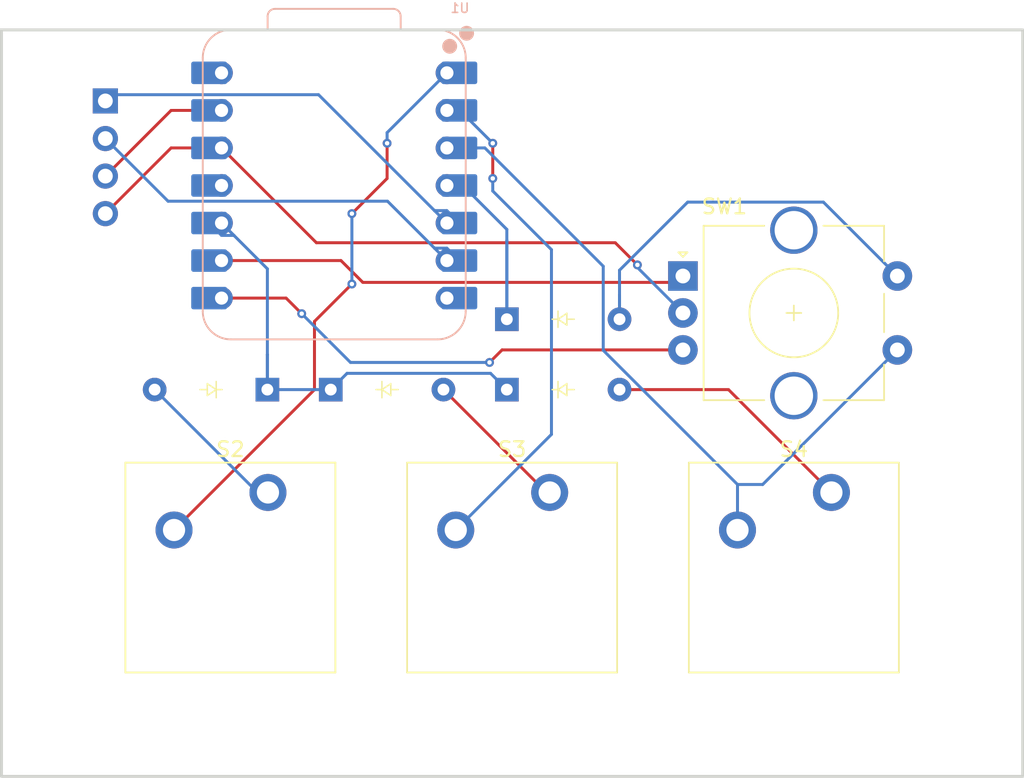
<source format=kicad_pcb>
(kicad_pcb (version 20241229) (generator "pcbnew") (generator_version "9.0")
  (layers (0 "F.Cu" signal) (2 "B.Cu" signal) (13 "F.Paste" user) (15 "B.Paste" user) (5 "F.SilkS" user "F.Silkscreen") (7 "B.SilkS" user "B.Silkscreen") (1 "F.Mask" user) (3 "B.Mask" user) (25 "Edge.Cuts" user))
  (net 0 "")
  (net 1 "Net-(D1-A)")
  (net 2 "ROW1")
  (net 3 "Net-(D2-A)")
  (net 4 "Net-(D3-A)")
  (net 5 "EC11SWA")
  (net 6 "ROW0")
  (net 7 "COL0")
  (net 8 "COL1")
  (net 9 "COL2")
  (net 10 "GND")
  (net 11 "EC11A")
  (net 12 "EC11B")
  (net 13 "SDA")
  (net 14 "unconnected-(U1-VBUS-Pad14)")
  (net 15 "SCL")
  (net 16 "VCC")
  (net 17 "unconnected-(U1-GPIO0{slash}TX-Pad7)")
  (net 18 "unconnected-(U1-GPIO3{slash}MOSI-Pad11)")
  (footprint "ScottoKeebs_MX:MX_PCB_1.00u" (layer "F.Cu") (at 132.278 83.4772)
    (property "Reference" "S2" (at 0 -8 0) (layer "F.SilkS"))
    (property "Value" "Keyswitch")
    (fp_line (start -7.1 -7.1) (end -7.1 7.1) (stroke (width 0.12)) (layer "F.SilkS"))
    (fp_line (start -7.1 7.1) (end 7.1 7.1) (stroke (width 0.12)) (layer "F.SilkS"))
    (fp_line (start 7.1 -7.1) (end -7.1 -7.1) (stroke (width 0.12)) (layer "F.SilkS"))
    (fp_line (start 7.1 7.1) (end 7.1 -7.1) (stroke (width 0.12)) (layer "F.SilkS"))
    (pad "" np_thru_hole circle (at -5.08 0) (size 1.75 1.75) (drill 1.75) (layers "*.Cu" "*.Mask"))
    (pad "" np_thru_hole circle (at 0 0) (size 4 4) (drill 4) (layers "*.Cu" "*.Mask"))
    (pad "" np_thru_hole circle (at 5.08 0) (size 1.75 1.75) (drill 1.75) (layers "*.Cu" "*.Mask"))
    (pad "1" thru_hole circle (at -3.81 -2.54) (size 2.5 2.5) (drill 1.5) (layers "*.Cu" "*.Mask") (net 7 "COL0"))
    (pad "2" thru_hole circle (at 2.54 -5.08) (size 2.5 2.5) (drill 1.5) (layers "*.Cu" "*.Mask") (net 1 "Net-(D1-A)"))
  )
  (footprint "ScottoKeebs_Components:OLED_128x32" (layer "F.Cu") (at 122.225 49.7312)
    (property "Reference" "J1" (hide yes))
    (property "Value" "OLED Display")
    (pad "1" thru_hole rect (at 1.6 2.175 180) (size 1.7 1.7) (drill 1) (layers "*.Cu" "*.Mask") (net 13 "SDA"))
    (pad "2" thru_hole oval (at 1.6 4.72 180) (size 1.7 1.7) (drill 1) (layers "*.Cu" "*.Mask") (net 15 "SCL"))
    (pad "3" thru_hole oval (at 1.6 7.26 180) (size 1.7 1.7) (drill 1) (layers "*.Cu" "*.Mask") (net 16 "VCC"))
    (pad "4" thru_hole oval (at 1.6 9.8 180) (size 1.7 1.7) (drill 1) (layers "*.Cu" "*.Mask") (net 10 "GND"))
  )
  (footprint "ScottoKeebs_Components:Diode_DO-35" (layer "F.Cu") (at 134.7788 71.4375 180)
    (property "Reference" "D1" (hide yes))
    (property "Value" "Diode" (hide yes))
    (fp_line (start 4.06 0.4) (end 3.46 0) (stroke (width 0.1)) (layer "F.SilkS"))
    (fp_line (start 4.06 0) (end 4.56 0) (stroke (width 0.1)) (layer "F.SilkS"))
    (fp_line (start 4.06 -0.4) (end 4.06 0.4) (stroke (width 0.1)) (layer "F.SilkS"))
    (fp_line (start 3.46 0) (end 4.06 -0.4) (stroke (width 0.1)) (layer "F.SilkS"))
    (fp_line (start 3.46 -0.55) (end 3.46 0.55) (stroke (width 0.1)) (layer "F.SilkS"))
    (fp_line (start 3.06 0) (end 3.46 0) (stroke (width 0.1)) (layer "F.SilkS"))
    (pad "1" thru_hole rect (at 0 0 180) (size 1.6 1.6) (drill 0.8) (layers "*.Cu" "*.Mask") (net 2 "ROW1"))
    (pad "2" thru_hole oval (at 7.62 0 180) (size 1.6 1.6) (drill 0.8) (layers "*.Cu" "*.Mask") (net 1 "Net-(D1-A)"))
  )
  (footprint "Encoders:RotaryEncoder_Alps_EC11E-Switch_Vertical_H20mm_CircularMountingHoles" (layer "F.Cu") (at 162.878 63.7522)
    (property "Reference" "SW1" (at 2.8 -4.7 0) (layer "F.SilkS"))
    (property "Value" "RotaryEncoder_Switch")
    (fp_line (start -0.3 -1.6) (end 0.3 -1.6) (stroke (width 0.12)) (layer "F.SilkS"))
    (fp_line (start 0 -1.3) (end -0.3 -1.6) (stroke (width 0.12)) (layer "F.SilkS"))
    (fp_line (start 0.3 -1.6) (end 0 -1.3) (stroke (width 0.12)) (layer "F.SilkS"))
    (fp_line (start 1.4 -3.4) (end 1.4 8.4) (stroke (width 0.12)) (layer "F.SilkS"))
    (fp_line (start 5.5 -3.4) (end 1.4 -3.4) (stroke (width 0.12)) (layer "F.SilkS"))
    (fp_line (start 5.5 8.4) (end 1.4 8.4) (stroke (width 0.12)) (layer "F.SilkS"))
    (fp_line (start 7 2.5) (end 8 2.5) (stroke (width 0.12)) (layer "F.SilkS"))
    (fp_line (start 7.5 2) (end 7.5 3) (stroke (width 0.12)) (layer "F.SilkS"))
    (fp_line (start 9.5 -3.4) (end 13.6 -3.4) (stroke (width 0.12)) (layer "F.SilkS"))
    (fp_line (start 13.6 -3.4) (end 13.6 -1) (stroke (width 0.12)) (layer "F.SilkS"))
    (fp_line (start 13.6 1.2) (end 13.6 3.8) (stroke (width 0.12)) (layer "F.SilkS"))
    (fp_line (start 13.6 6) (end 13.6 8.4) (stroke (width 0.12)) (layer "F.SilkS"))
    (fp_line (start 13.6 8.4) (end 9.5 8.4) (stroke (width 0.12)) (layer "F.SilkS"))
    (fp_circle (center 7.5 2.5) (end 10.5 2.5) (stroke (width 0.12)) (fill no) (layer "F.SilkS"))
    (pad "A" thru_hole rect (at 0 0) (size 2 2) (drill 1) (layers "*.Cu" "*.Mask") (net 11 "EC11A"))
    (pad "B" thru_hole circle (at 0 5) (size 2 2) (drill 1) (layers "*.Cu" "*.Mask") (net 12 "EC11B"))
    (pad "C" thru_hole circle (at 0 2.5) (size 2 2) (drill 1) (layers "*.Cu" "*.Mask") (net 10 "GND"))
    (pad "MP" thru_hole circle (at 7.5 -3.1) (size 3.2 3.2) (drill 2.6) (layers "*.Cu" "*.Mask"))
    (pad "MP" thru_hole circle (at 7.5 8.1) (size 3.2 3.2) (drill 2.6) (layers "*.Cu" "*.Mask"))
    (pad "S1" thru_hole circle (at 14.5 5) (size 2 2) (drill 1) (layers "*.Cu" "*.Mask") (net 9 "COL2"))
    (pad "S2" thru_hole circle (at 14.5 0) (size 2 2) (drill 1) (layers "*.Cu" "*.Mask") (net 5 "EC11SWA"))
  )
  (footprint "ScottoKeebs_MX:MX_PCB_1.00u" (layer "F.Cu") (at 170.378 83.4772)
    (property "Reference" "S4" (at 0 -8 0) (layer "F.SilkS"))
    (property "Value" "Keyswitch")
    (fp_line (start -7.1 -7.1) (end -7.1 7.1) (stroke (width 0.12)) (layer "F.SilkS"))
    (fp_line (start -7.1 7.1) (end 7.1 7.1) (stroke (width 0.12)) (layer "F.SilkS"))
    (fp_line (start 7.1 -7.1) (end -7.1 -7.1) (stroke (width 0.12)) (layer "F.SilkS"))
    (fp_line (start 7.1 7.1) (end 7.1 -7.1) (stroke (width 0.12)) (layer "F.SilkS"))
    (pad "" np_thru_hole circle (at -5.08 0) (size 1.75 1.75) (drill 1.75) (layers "*.Cu" "*.Mask"))
    (pad "" np_thru_hole circle (at 0 0) (size 4 4) (drill 4) (layers "*.Cu" "*.Mask"))
    (pad "" np_thru_hole circle (at 5.08 0) (size 1.75 1.75) (drill 1.75) (layers "*.Cu" "*.Mask"))
    (pad "1" thru_hole circle (at -3.81 -2.54) (size 2.5 2.5) (drill 1.5) (layers "*.Cu" "*.Mask") (net 9 "COL2"))
    (pad "2" thru_hole circle (at 2.54 -5.08) (size 2.5 2.5) (drill 1.5) (layers "*.Cu" "*.Mask") (net 4 "Net-(D3-A)"))
  )
  (footprint "ScottoKeebs_Components:Diode_DO-35" (layer "F.Cu") (at 150.9713 71.4375)
    (property "Reference" "D3" (hide yes))
    (property "Value" "Diode" (hide yes))
    (fp_line (start 3.06 0) (end 3.46 0) (stroke (width 0.1)) (layer "F.SilkS"))
    (fp_line (start 3.46 -0.55) (end 3.46 0.55) (stroke (width 0.1)) (layer "F.SilkS"))
    (fp_line (start 3.46 0) (end 4.06 -0.4) (stroke (width 0.1)) (layer "F.SilkS"))
    (fp_line (start 4.06 -0.4) (end 4.06 0.4) (stroke (width 0.1)) (layer "F.SilkS"))
    (fp_line (start 4.06 0) (end 4.56 0) (stroke (width 0.1)) (layer "F.SilkS"))
    (fp_line (start 4.06 0.4) (end 3.46 0) (stroke (width 0.1)) (layer "F.SilkS"))
    (pad "1" thru_hole rect (at 0 0) (size 1.6 1.6) (drill 0.8) (layers "*.Cu" "*.Mask") (net 2 "ROW1"))
    (pad "2" thru_hole oval (at 7.62 0) (size 1.6 1.6) (drill 0.8) (layers "*.Cu" "*.Mask") (net 4 "Net-(D3-A)"))
  )
  (footprint "ScottoKeebs_Components:Diode_DO-35" (layer "F.Cu") (at 150.9713 66.675)
    (property "Reference" "D4" (hide yes))
    (property "Value" "Diode" (hide yes))
    (fp_line (start 3.06 0) (end 3.46 0) (stroke (width 0.1)) (layer "F.SilkS"))
    (fp_line (start 3.46 -0.55) (end 3.46 0.55) (stroke (width 0.1)) (layer "F.SilkS"))
    (fp_line (start 3.46 0) (end 4.06 -0.4) (stroke (width 0.1)) (layer "F.SilkS"))
    (fp_line (start 4.06 -0.4) (end 4.06 0.4) (stroke (width 0.1)) (layer "F.SilkS"))
    (fp_line (start 4.06 0) (end 4.56 0) (stroke (width 0.1)) (layer "F.SilkS"))
    (fp_line (start 4.06 0.4) (end 3.46 0) (stroke (width 0.1)) (layer "F.SilkS"))
    (pad "1" thru_hole rect (at 0 0) (size 1.6 1.6) (drill 0.8) (layers "*.Cu" "*.Mask") (net 6 "ROW0"))
    (pad "2" thru_hole oval (at 7.62 0) (size 1.6 1.6) (drill 0.8) (layers "*.Cu" "*.Mask") (net 5 "EC11SWA"))
  )
  (footprint "ScottoKeebs_Components:Diode_DO-35" (layer "F.Cu") (at 139.065 71.4375)
    (property "Reference" "D2" (hide yes))
    (property "Value" "Diode" (hide yes))
    (fp_line (start 3.06 0) (end 3.46 0) (stroke (width 0.1)) (layer "F.SilkS"))
    (fp_line (start 3.46 -0.55) (end 3.46 0.55) (stroke (width 0.1)) (layer "F.SilkS"))
    (fp_line (start 3.46 0) (end 4.06 -0.4) (stroke (width 0.1)) (layer "F.SilkS"))
    (fp_line (start 4.06 -0.4) (end 4.06 0.4) (stroke (width 0.1)) (layer "F.SilkS"))
    (fp_line (start 4.06 0) (end 4.56 0) (stroke (width 0.1)) (layer "F.SilkS"))
    (fp_line (start 4.06 0.4) (end 3.46 0) (stroke (width 0.1)) (layer "F.SilkS"))
    (pad "1" thru_hole rect (at 0 0) (size 1.6 1.6) (drill 0.8) (layers "*.Cu" "*.Mask") (net 2 "ROW1"))
    (pad "2" thru_hole oval (at 7.62 0) (size 1.6 1.6) (drill 0.8) (layers "*.Cu" "*.Mask") (net 3 "Net-(D2-A)"))
  )
  (footprint "ScottoKeebs_MX:MX_PCB_1.00u" (layer "F.Cu") (at 151.328 83.4772)
    (property "Reference" "S3" (at 0 -8 0) (layer "F.SilkS"))
    (property "Value" "Keyswitch")
    (fp_line (start -7.1 -7.1) (end -7.1 7.1) (stroke (width 0.12)) (layer "F.SilkS"))
    (fp_line (start -7.1 7.1) (end 7.1 7.1) (stroke (width 0.12)) (layer "F.SilkS"))
    (fp_line (start 7.1 -7.1) (end -7.1 -7.1) (stroke (width 0.12)) (layer "F.SilkS"))
    (fp_line (start 7.1 7.1) (end 7.1 -7.1) (stroke (width 0.12)) (layer "F.SilkS"))
    (pad "" np_thru_hole circle (at -5.08 0) (size 1.75 1.75) (drill 1.75) (layers "*.Cu" "*.Mask"))
    (pad "" np_thru_hole circle (at 0 0) (size 4 4) (drill 4) (layers "*.Cu" "*.Mask"))
    (pad "" np_thru_hole circle (at 5.08 0) (size 1.75 1.75) (drill 1.75) (layers "*.Cu" "*.Mask"))
    (pad "1" thru_hole circle (at -3.81 -2.54) (size 2.5 2.5) (drill 1.5) (layers "*.Cu" "*.Mask") (net 8 "COL1"))
    (pad "2" thru_hole circle (at 2.54 -5.08) (size 2.5 2.5) (drill 1.5) (layers "*.Cu" "*.Mask") (net 3 "Net-(D2-A)"))
  )
  (footprint "3D Models-lib:XIAO-RP2040-DIP-3D" (layer "B.Cu") (at 139.3 57.6262 180)
    (property "Reference" "U1" (at -8.5 12 0) (layer "B.SilkS") (effects (font (size 0.635 0.635) (thickness 0.1016)) (justify mirror)))
    (property "Value" "XIAO-RP2040-DIP")
    (fp_line (start 8.89 -8.509) (end 8.89 8.636) (stroke (width 0.127)) (layer "B.SilkS"))
    (fp_line (start 6.985 10.541) (end -6.985 10.541) (stroke (width 0.1)) (layer "B.SilkS"))
    (fp_line (start 6.985 10.541) (end -6.985 10.541) (stroke (width 0.127)) (layer "B.SilkS"))
    (fp_line (start 4.504 11.451) (end 4.504 10.541) (stroke (width 0.127)) (layer "B.SilkS"))
    (fp_line (start -3.991272 11.951) (end 4.004 11.951) (stroke (width 0.127)) (layer "B.SilkS"))
    (fp_line (start -4.495 10.541) (end -4.491272 11.451272) (stroke (width 0.127)) (layer "B.SilkS"))
    (fp_line (start -6.985 -10.414) (end 6.985 -10.414) (stroke (width 0.127)) (layer "B.SilkS"))
    (fp_line (start -8.89 -8.509) (end -8.89 8.636) (stroke (width 0.127)) (layer "B.SilkS"))
    (fp_arc (start 8.89 8.636) (mid 8.332038 9.983038) (end 6.985 10.541) (stroke (width 0.127)) (layer "B.SilkS"))
    (fp_arc (start 6.985 -10.414) (mid 8.332038 -9.856038) (end 8.89 -8.509) (stroke (width 0.127)) (layer "B.SilkS"))
    (fp_arc (start 4.504 11.451) (mid 4.357553 11.804553) (end 4.004 11.951) (stroke (width 0.127)) (layer "B.SilkS"))
    (fp_arc (start -3.991272 11.951) (mid -4.344724 11.804644) (end -4.491272 11.451272) (stroke (width 0.127)) (layer "B.SilkS"))
    (fp_arc (start -6.985 10.541) (mid -8.332038 9.983038) (end -8.89 8.636) (stroke (width 0.127)) (layer "B.SilkS"))
    (fp_arc (start -8.89 -8.509) (mid -8.332038 -9.856038) (end -6.985 -10.414) (stroke (width 0.127)) (layer "B.SilkS"))
    (fp_circle (center -7.807 9.42) (end -7.807 9.674) (stroke (width 0.5)) (fill yes) (layer "B.SilkS"))
    (fp_circle (center -8.95 10.3) (end -8.95 10.554) (stroke (width 0.5)) (fill yes) (layer "B.SilkS"))
    (pad "1" smd roundrect (at -8.455 7.62) (size 2.432 1.524) (layers "B.Cu" "B.Mask") (roundrect_rratio 0.1) (net 7 "COL0"))
    (pad "1" thru_hole circle (at -7.62 7.62) (size 1.524 1.524) (drill 0.889) (layers "*.Cu" "*.Mask") (net 7 "COL0"))
    (pad "2" smd roundrect (at -8.455 5.08) (size 2.432 1.524) (layers "B.Cu" "B.Mask") (roundrect_rratio 0.1) (net 8 "COL1"))
    (pad "2" thru_hole circle (at -7.62 5.08) (size 1.524 1.524) (drill 0.889) (layers "*.Cu" "*.Mask") (net 8 "COL1"))
    (pad "3" smd roundrect (at -8.455 2.54) (size 2.432 1.524) (layers "B.Cu" "B.Mask") (roundrect_rratio 0.1) (net 9 "COL2"))
    (pad "3" thru_hole circle (at -7.62 2.54) (size 1.524 1.524) (drill 0.889) (layers "*.Cu" "*.Mask") (net 9 "COL2"))
    (pad "4" smd roundrect (at -8.455 0) (size 2.432 1.524) (layers "B.Cu" "B.Mask") (roundrect_rratio 0.1) (net 6 "ROW0"))
    (pad "4" thru_hole circle (at -7.62 0) (size 1.524 1.524) (drill 0.889) (layers "*.Cu" "*.Mask") (net 6 "ROW0"))
    (pad "5" smd roundrect (at -8.455 -2.54) (size 2.432 1.524) (layers "B.Cu" "B.Mask") (roundrect_rratio 0.1) (net 13 "SDA"))
    (pad "5" thru_hole circle (at -7.62 -2.54) (size 1.524 1.524) (drill 0.889) (layers "*.Cu" "*.Mask") (net 13 "SDA"))
    (pad "6" smd roundrect (at -8.455 -5.08) (size 2.432 1.524) (layers "B.Cu" "B.Mask") (roundrect_rratio 0.1) (net 15 "SCL"))
    (pad "6" thru_hole circle (at -7.62 -5.08) (size 1.524 1.524) (drill 0.889) (layers "*.Cu" "*.Mask") (net 15 "SCL"))
    (pad "7" smd roundrect (at -8.455 -7.62) (size 2.432 1.524) (layers "B.Cu" "B.Mask") (roundrect_rratio 0.1) (net 17 "unconnected-(U1-GPIO0{slash}TX-Pad7)"))
    (pad "7" thru_hole circle (at -7.62 -7.62) (size 1.524 1.524) (drill 0.889) (layers "*.Cu" "*.Mask") (net 17 "unconnected-(U1-GPIO0{slash}TX-Pad7)"))
    (pad "8" thru_hole circle (at 7.62 -7.62 180) (size 1.524 1.524) (drill 0.889) (layers "*.Cu" "*.Mask") (net 12 "EC11B"))
    (pad "8" smd roundrect (at 8.455 -7.62 180) (size 2.432 1.524) (layers "B.Cu" "B.Mask") (roundrect_rratio 0.1) (net 12 "EC11B"))
    (pad "9" thru_hole circle (at 7.62 -5.08 180) (size 1.524 1.524) (drill 0.889) (layers "*.Cu" "*.Mask") (net 11 "EC11A"))
    (pad "9" smd roundrect (at 8.455 -5.08 180) (size 2.432 1.524) (layers "B.Cu" "B.Mask") (roundrect_rratio 0.1) (net 11 "EC11A"))
    (pad "10" thru_hole circle (at 7.62 -2.54 180) (size 1.524 1.524) (drill 0.889) (layers "*.Cu" "*.Mask") (net 2 "ROW1"))
    (pad "10" smd roundrect (at 8.455 -2.54 180) (size 2.432 1.524) (layers "B.Cu" "B.Mask") (roundrect_rratio 0.1) (net 2 "ROW1"))
    (pad "11" thru_hole circle (at 7.62 0 180) (size 1.524 1.524) (drill 0.889) (layers "*.Cu" "*.Mask") (net 18 "unconnected-(U1-GPIO3{slash}MOSI-Pad11)"))
    (pad "11" smd roundrect (at 8.455 0 180) (size 2.432 1.524) (layers "B.Cu" "B.Mask") (roundrect_rratio 0.1) (net 18 "unconnected-(U1-GPIO3{slash}MOSI-Pad11)"))
    (pad "12" thru_hole circle (at 7.62 2.54 180) (size 1.524 1.524) (drill 0.889) (layers "*.Cu" "*.Mask") (net 10 "GND"))
    (pad "12" smd roundrect (at 8.455 2.54 180) (size 2.432 1.524) (layers "B.Cu" "B.Mask") (roundrect_rratio 0.1) (net 10 "GND"))
    (pad "13" thru_hole circle (at 7.62 5.08 180) (size 1.524 1.524) (drill 0.889) (layers "*.Cu" "*.Mask") (net 16 "VCC"))
    (pad "13" smd roundrect (at 8.455 5.08 180) (size 2.432 1.524) (layers "B.Cu" "B.Mask") (roundrect_rratio 0.1) (net 16 "VCC"))
    (pad "14" thru_hole circle (at 7.62 7.62 180) (size 1.524 1.524) (drill 0.889) (layers "*.Cu" "*.Mask") (net 14 "unconnected-(U1-VBUS-Pad14)"))
    (pad "14" smd roundrect (at 8.455 7.62 180) (size 2.432 1.524) (layers "B.Cu" "B.Mask") (roundrect_rratio 0.1) (net 14 "unconnected-(U1-VBUS-Pad14)"))
  )
  (gr_rect (start 116.8 47.1) (end 185.85625 97.60625) (stroke (width 0.2)) (fill no) (layer "Edge.Cuts"))
  (segment (start 127.1588 71.4375) (end 127.159 71.4375) (width 0.2) (layer "B.Cu") (net 1))
  (segment (start 127.159 71.4375) (end 134.118 78.3972) (width 0.2) (layer "B.Cu") (net 1))
  (segment (start 134.118 78.3972) (end 134.818 78.3972) (width 0.2) (layer "B.Cu") (net 1))
  (segment (start 139.065 71.4375) (end 140.166 70.3365) (width 0.2) (layer "B.Cu") (net 2))
  (segment (start 140.166 70.3365) (end 149.87 70.3365) (width 0.2) (layer "B.Cu") (net 2))
  (segment (start 134.7788 69.0689) (end 134.7788 71.4375) (width 0.2) (layer "B.Cu") (net 2))
  (segment (start 131.68 60.1662) (end 132.5188 61.0049) (width 0.2) (layer "B.Cu") (net 2))
  (segment (start 150.9713 71.4375) (end 150.971 71.4375) (width 0.2) (layer "B.Cu") (net 2))
  (segment (start 134.779 63.265) (end 134.779 69.0687) (width 0.2) (layer "B.Cu") (net 2))
  (segment (start 131.6837 61.0049) (end 130.845 60.1662) (width 0.2) (layer "B.Cu") (net 2))
  (segment (start 134.779 71.4375) (end 139.065 71.4375) (width 0.2) (layer "B.Cu") (net 2))
  (segment (start 134.779 69.0687) (end 134.779 71.4375) (width 0.2) (layer "B.Cu") (net 2))
  (segment (start 132.5188 61.0049) (end 131.6837 61.0049) (width 0.2) (layer "B.Cu") (net 2))
  (segment (start 134.779 69.0687) (end 134.7788 69.0689) (width 0.2) (layer "B.Cu") (net 2))
  (segment (start 132.5188 61.0049) (end 134.779 63.265) (width 0.2) (layer "B.Cu") (net 2))
  (segment (start 149.87 70.3365) (end 150.971 71.4375) (width 0.2) (layer "B.Cu") (net 2))
  (segment (start 153.645 78.3972) (end 153.868 78.3972) (width 0.2) (layer "F.Cu") (net 3))
  (segment (start 146.685 71.4375) (end 153.645 78.3972) (width 0.2) (layer "F.Cu") (net 3))
  (segment (start 165.958 71.4375) (end 172.918 78.3972) (width 0.2) (layer "F.Cu") (net 4))
  (segment (start 158.5913 71.4375) (end 165.958 71.4375) (width 0.2) (layer "F.Cu") (net 4))
  (segment (start 158.591 71.4375) (end 158.5913 71.4375) (width 0.2) (layer "F.Cu") (net 4))
  (segment (start 158.591 65.0375) (end 158.591 63.3588) (width 0.2) (layer "B.Cu") (net 5))
  (segment (start 172.377 58.7512) (end 177.378 63.7522) (width 0.2) (layer "B.Cu") (net 5))
  (segment (start 158.5913 65.0378) (end 158.5913 66.675) (width 0.2) (layer "B.Cu") (net 5))
  (segment (start 158.591 66.675) (end 158.591 65.0375) (width 0.2) (layer "B.Cu") (net 5))
  (segment (start 158.591 65.0375) (end 158.5913 65.0378) (width 0.2) (layer "B.Cu") (net 5))
  (segment (start 158.591 63.3588) (end 163.199 58.7512) (width 0.2) (layer "B.Cu") (net 5))
  (segment (start 163.199 58.7512) (end 172.377 58.7512) (width 0.2) (layer "B.Cu") (net 5))
  (segment (start 150.9713 66.675) (end 150.9713 61.3515) (width 0.2) (layer "B.Cu") (net 6))
  (segment (start 146.92 57.6262) (end 147.755 57.6262) (width 0.2) (layer "B.Cu") (net 6))
  (segment (start 150.971 60.5999) (end 150.971 61.3512) (width 0.2) (layer "B.Cu") (net 6))
  (segment (start 147.755 57.6262) (end 147.998 57.6262) (width 0.2) (layer "B.Cu") (net 6))
  (segment (start 150.9713 61.3515) (end 150.971 61.3512) (width 0.2) (layer "B.Cu") (net 6))
  (segment (start 147.998 57.6262) (end 150.971 60.5999) (width 0.2) (layer "B.Cu") (net 6))
  (segment (start 150.971 61.3512) (end 150.971 66.675) (width 0.2) (layer "B.Cu") (net 6))
  (segment (start 137.964 66.8235) (end 137.964 71.4412) (width 0.2) (layer "F.Cu") (net 7))
  (segment (start 140.494 64.2938) (end 137.964 66.8235) (width 0.2) (layer "F.Cu") (net 7))
  (segment (start 140.494 59.5312) (end 142.875 57.15) (width 0.2) (layer "F.Cu") (net 7))
  (segment (start 137.964 71.4412) (end 128.468 80.9372) (width 0.2) (layer "F.Cu") (net 7))
  (segment (start 142.875 57.15) (end 142.875 54.7688) (width 0.2) (layer "F.Cu") (net 7))
  (via (at 140.494 59.5312) (size 0.6) (drill 0.3) (layers "F.Cu" "B.Cu") (net 7))
  (via (at 142.875 54.7688) (size 0.6) (drill 0.3) (layers "F.Cu" "B.Cu") (net 7))
  (via (at 140.494 64.2938) (size 0.6) (drill 0.3) (layers "F.Cu" "B.Cu") (net 7))
  (segment (start 140.494 64.2938) (end 140.494 59.5312) (width 0.2) (layer "B.Cu") (net 7))
  (segment (start 142.875 54.0512) (end 146.92 50.0062) (width 0.2) (layer "B.Cu") (net 7))
  (segment (start 147.755 50.0062) (end 146.92 50.0062) (width 0.2) (layer "B.Cu") (net 7))
  (segment (start 142.875 54.7688) (end 142.875 54.0512) (width 0.2) (layer "B.Cu") (net 7))
  (segment (start 150.019 54.7688) (end 150.019 57.15) (width 0.2) (layer "F.Cu") (net 8))
  (via (at 150.019 54.7688) (size 0.6) (drill 0.3) (layers "F.Cu" "B.Cu") (net 8))
  (via (at 150.019 57.15) (size 0.6) (drill 0.3) (layers "F.Cu" "B.Cu") (net 8))
  (segment (start 146.92 52.5462) (end 147.755 52.5462) (width 0.2) (layer "B.Cu") (net 8))
  (segment (start 153.988 61.9687) (end 153.988 74.4678) (width 0.2) (layer "B.Cu") (net 8))
  (segment (start 150.019 57.9999) (end 153.988 61.9687) (width 0.2) (layer "B.Cu") (net 8))
  (segment (start 147.796 52.5462) (end 150.019 54.7688) (width 0.2) (layer "B.Cu") (net 8))
  (segment (start 147.755 52.5462) (end 147.796 52.5462) (width 0.2) (layer "B.Cu") (net 8))
  (segment (start 150.019 57.15) (end 150.019 57.9999) (width 0.2) (layer "B.Cu") (net 8))
  (segment (start 153.988 74.4678) (end 147.518 80.9372) (width 0.2) (layer "B.Cu") (net 8))
  (segment (start 149.486 55.0862) (end 157.49 63.0902) (width 0.2) (layer "B.Cu") (net 9))
  (segment (start 147.755 55.0862) (end 149.486 55.0862) (width 0.2) (layer "B.Cu") (net 9))
  (segment (start 166.568 77.8572) (end 166.568 80.9372) (width 0.2) (layer "B.Cu") (net 9))
  (segment (start 157.49 63.0902) (end 157.49 68.7794) (width 0.2) (layer "B.Cu") (net 9))
  (segment (start 157.49 68.7794) (end 166.568 77.8572) (width 0.2) (layer "B.Cu") (net 9))
  (segment (start 166.568 77.8572) (end 168.273 77.8572) (width 0.2) (layer "B.Cu") (net 9))
  (segment (start 146.92 55.0862) (end 147.755 55.0862) (width 0.2) (layer "B.Cu") (net 9))
  (segment (start 168.273 77.8572) (end 177.378 68.7522) (width 0.2) (layer "B.Cu") (net 9))
  (segment (start 123.825 59.5312) (end 128.27 55.0862) (width 0.2) (layer "F.Cu") (net 10))
  (segment (start 128.27 55.0862) (end 131.68 55.0862) (width 0.2) (layer "F.Cu") (net 10))
  (segment (start 158.3 61.5) (end 159.8 63) (width 0.2) (layer "F.Cu") (net 10))
  (segment (start 131.68 55.0862) (end 138.094 61.5) (width 0.2) (layer "F.Cu") (net 10))
  (segment (start 138.094 61.5) (end 158.3 61.5) (width 0.2) (layer "F.Cu") (net 10))
  (via (at 159.8 63) (size 0.6) (drill 0.3) (layers "F.Cu" "B.Cu") (net 10))
  (segment (start 159.8 63.1742) (end 162.878 66.2522) (width 0.2) (layer "B.Cu") (net 10))
  (segment (start 131.68 55.0862) (end 130.845 55.0862) (width 0.2) (layer "B.Cu") (net 10))
  (segment (start 159.8 63) (end 159.8 63.1742) (width 0.2) (layer "B.Cu") (net 10))
  (segment (start 162.447 64.1832) (end 162.878 63.7522) (width 0.2) (layer "F.Cu") (net 11))
  (segment (start 131.68 62.7062) (end 139.756 62.7062) (width 0.2) (layer "F.Cu") (net 11))
  (segment (start 139.756 62.7062) (end 141.233 64.1832) (width 0.2) (layer "F.Cu") (net 11))
  (segment (start 141.233 64.1832) (end 162.447 64.1832) (width 0.2) (layer "F.Cu") (net 11))
  (segment (start 131.68 62.7062) (end 130.845 62.7062) (width 0.2) (layer "B.Cu") (net 11))
  (segment (start 136.046 65.2462) (end 137.1 66.3) (width 0.2) (layer "F.Cu") (net 12))
  (segment (start 131.68 65.2462) (end 136.046 65.2462) (width 0.2) (layer "F.Cu") (net 12))
  (segment (start 149.8 69.6) (end 150.648 68.7522) (width 0.2) (layer "F.Cu") (net 12))
  (segment (start 150.648 68.7522) (end 162.878 68.7522) (width 0.2) (layer "F.Cu") (net 12))
  (via (at 137.1 66.3) (size 0.6) (drill 0.3) (layers "F.Cu" "B.Cu") (net 12))
  (via (at 149.8 69.6) (size 0.6) (drill 0.3) (layers "F.Cu" "B.Cu") (net 12))
  (segment (start 137.1 66.3) (end 140.4 69.6) (width 0.2) (layer "B.Cu") (net 12))
  (segment (start 130.845 65.2462) (end 131.68 65.2462) (width 0.2) (layer "B.Cu") (net 12))
  (segment (start 140.4 69.6) (end 149.8 69.6) (width 0.2) (layer "B.Cu") (net 12))
  (segment (start 146.9163 59.3275) (end 147.755 60.1662) (width 0.2) (layer "B.Cu") (net 13))
  (segment (start 124.248 51.4832) (end 138.237 51.4832) (width 0.2) (layer "B.Cu") (net 13))
  (segment (start 146.0813 59.3275) (end 146.9163 59.3275) (width 0.2) (layer "B.Cu") (net 13))
  (segment (start 138.237 51.4832) (end 146.0813 59.3275) (width 0.2) (layer "B.Cu") (net 13))
  (segment (start 123.825 51.9062) (end 124.248 51.4832) (width 0.2) (layer "B.Cu") (net 13))
  (segment (start 146.0813 59.3275) (end 146.92 60.1662) (width 0.2) (layer "B.Cu") (net 13))
  (segment (start 131.68 50.0062) (end 130.845 50.0062) (width 0.2) (layer "B.Cu") (net 14))
  (segment (start 146.0813 61.8675) (end 146.9163 61.8675) (width 0.2) (layer "B.Cu") (net 15))
  (segment (start 123.825 54.4512) (end 128.063 58.6892) (width 0.2) (layer "B.Cu") (net 15))
  (segment (start 146.9163 61.8675) (end 147.755 62.7062) (width 0.2) (layer "B.Cu") (net 15))
  (segment (start 128.063 58.6892) (end 142.903 58.6892) (width 0.2) (layer "B.Cu") (net 15))
  (segment (start 142.903 58.6892) (end 146.0813 61.8675) (width 0.2) (layer "B.Cu") (net 15))
  (segment (start 146.0813 61.8675) (end 146.92 62.7062) (width 0.2) (layer "B.Cu") (net 15))
  (segment (start 128.27 52.5462) (end 131.68 52.5462) (width 0.2) (layer "F.Cu") (net 16))
  (segment (start 123.825 56.9912) (end 128.27 52.5462) (width 0.2) (layer "F.Cu") (net 16))
  (segment (start 130.845 52.5462) (end 131.68 52.5462) (width 0.2) (layer "B.Cu") (net 16))
  (segment (start 146.92 65.2462) (end 147.755 65.2462) (width 0.2) (layer "B.Cu") (net 17))
  (segment (start 130.845 57.6262) (end 131.68 57.6262) (width 0.2) (layer "B.Cu") (net 18))
)
</source>
